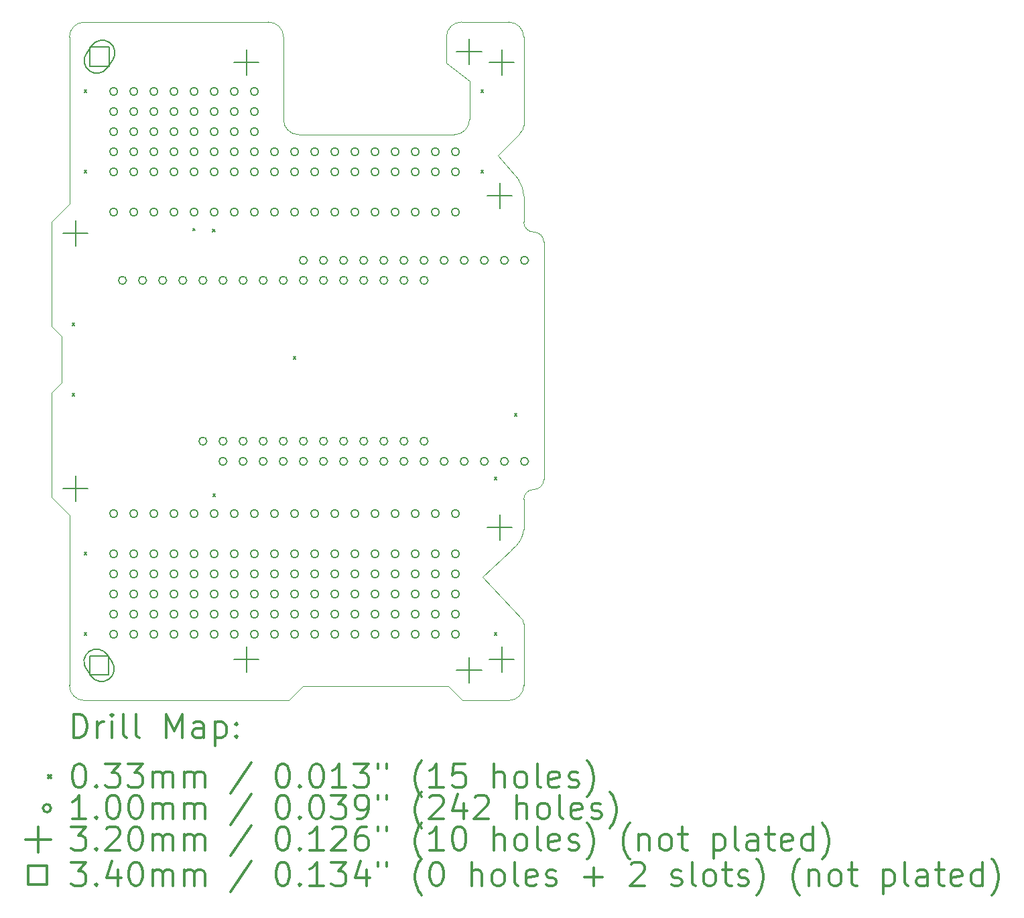
<source format=gbr>
%FSLAX45Y45*%
G04 Gerber Fmt 4.5, Leading zero omitted, Abs format (unit mm)*
G04 Created by KiCad (PCBNEW (5.0.0-rc2-dev-444-g2974a2c10)) date 12/09/19 23:14:15*
%MOMM*%
%LPD*%
G01*
G04 APERTURE LIST*
%ADD10C,0.100000*%
%ADD11C,0.200000*%
%ADD12C,0.300000*%
G04 APERTURE END LIST*
D10*
X13640000Y-5200000D02*
X13347500Y-4975000D01*
X13640000Y-5200000D02*
X13640000Y-5690000D01*
X13995400Y-6144260D02*
X14274800Y-5867400D01*
X13550900Y-13030200D02*
X14135100Y-13030200D01*
X13550900Y-13030200D02*
X13373100Y-12852400D01*
X11531600Y-12852400D02*
X11353800Y-13030200D01*
X11531600Y-12852400D02*
X13373100Y-12852400D01*
X13804900Y-11468100D02*
X14173200Y-11125200D01*
X14259560Y-6451600D02*
X13995400Y-6144260D01*
X13538200Y-4457700D02*
X14135100Y-4457700D01*
X11480800Y-5880100D02*
X13450000Y-5880000D01*
X13347700Y-4648200D02*
X13347500Y-4975000D01*
X11290300Y-4648200D02*
X11290300Y-5689600D01*
X13640000Y-5689600D02*
G75*
G02X13449500Y-5880100I-190500J0D01*
G01*
X11480800Y-5880100D02*
G75*
G02X11290300Y-5689600I0J190500D01*
G01*
X13347700Y-4648200D02*
G75*
G02X13538200Y-4457700I190500J0D01*
G01*
X11099800Y-4457700D02*
G75*
G02X11290300Y-4648200I0J-190500D01*
G01*
X14260178Y-6451797D02*
G75*
G02X14325600Y-6657340I-290178J-205543D01*
G01*
X14325600Y-5765800D02*
G75*
G02X14274800Y-5867400I-127000J0D01*
G01*
X14325600Y-12839700D02*
X14325600Y-12065000D01*
X13804900Y-11468100D02*
X14312900Y-12014200D01*
X14325773Y-10871219D02*
G75*
G02X14173200Y-11125200I-351137J38119D01*
G01*
X14313533Y-12013883D02*
G75*
G02X14325600Y-12065000I-102233J-51117D01*
G01*
X14325600Y-6985000D02*
X14325600Y-6657340D01*
X14325600Y-12839700D02*
G75*
G02X14135100Y-13030200I-190500J0D01*
G01*
X14135100Y-4457700D02*
G75*
G02X14325600Y-4648200I0J-190500D01*
G01*
X8585200Y-4648200D02*
G75*
G02X8775700Y-4457700I190500J0D01*
G01*
X8775700Y-13030200D02*
G75*
G02X8585200Y-12839700I0J190500D01*
G01*
X14579600Y-10236200D02*
X14579600Y-7239000D01*
X14325600Y-10871200D02*
X14325600Y-10490200D01*
X14325600Y-5765800D02*
X14325600Y-4648200D01*
X8585200Y-6756400D02*
X8585200Y-4648200D01*
X8356600Y-6985000D02*
X8356600Y-8305800D01*
X8483600Y-9017000D02*
X8356600Y-9144000D01*
X8483600Y-8432800D02*
X8483600Y-9017000D01*
X8356600Y-8305800D02*
X8483600Y-8432800D01*
X8356600Y-9144000D02*
X8356600Y-10464800D01*
X8356600Y-6985000D02*
X8585200Y-6756400D01*
X8585200Y-10693400D02*
X8356600Y-10464800D01*
X8585200Y-12839700D02*
X8585200Y-10693400D01*
X11099800Y-4457700D02*
X8775700Y-4457700D01*
X11353800Y-13030200D02*
X8775700Y-13030200D01*
X14579600Y-10236200D02*
G75*
G02X14452600Y-10363200I-127000J0D01*
G01*
X14325600Y-10490200D02*
G75*
G02X14452600Y-10363200I127000J0D01*
G01*
X14452600Y-7112000D02*
G75*
G02X14325600Y-6985000I0J127000D01*
G01*
X14452600Y-7112000D02*
G75*
G02X14579600Y-7239000I0J-127000D01*
G01*
D11*
X8619490Y-8263890D02*
X8652510Y-8296910D01*
X8652510Y-8263890D02*
X8619490Y-8296910D01*
X8619490Y-9152890D02*
X8652510Y-9185910D01*
X8652510Y-9152890D02*
X8619490Y-9185910D01*
X8771890Y-5317490D02*
X8804910Y-5350510D01*
X8804910Y-5317490D02*
X8771890Y-5350510D01*
X8771890Y-6333490D02*
X8804910Y-6366510D01*
X8804910Y-6333490D02*
X8771890Y-6366510D01*
X8771890Y-11159490D02*
X8804910Y-11192510D01*
X8804910Y-11159490D02*
X8771890Y-11192510D01*
X8771890Y-12175490D02*
X8804910Y-12208510D01*
X8804910Y-12175490D02*
X8771890Y-12208510D01*
X10143490Y-7062490D02*
X10176510Y-7095510D01*
X10176510Y-7062490D02*
X10143490Y-7095510D01*
X10395490Y-7071490D02*
X10428510Y-7104510D01*
X10428510Y-7071490D02*
X10395490Y-7104510D01*
X10397490Y-10422890D02*
X10430510Y-10455910D01*
X10430510Y-10422890D02*
X10397490Y-10455910D01*
X11413490Y-8682990D02*
X11446510Y-8716010D01*
X11446510Y-8682990D02*
X11413490Y-8716010D01*
X13783490Y-5317490D02*
X13816510Y-5350510D01*
X13816510Y-5317490D02*
X13783490Y-5350510D01*
X13783490Y-6333490D02*
X13816510Y-6366510D01*
X13816510Y-6333490D02*
X13783490Y-6366510D01*
X13953490Y-10206990D02*
X13986510Y-10240010D01*
X13986510Y-10206990D02*
X13953490Y-10240010D01*
X13953490Y-12175490D02*
X13986510Y-12208510D01*
X13986510Y-12175490D02*
X13953490Y-12208510D01*
X14207490Y-9406890D02*
X14240510Y-9439910D01*
X14240510Y-9406890D02*
X14207490Y-9439910D01*
X9194000Y-6096000D02*
G75*
G03X9194000Y-6096000I-50000J0D01*
G01*
X9448000Y-6096000D02*
G75*
G03X9448000Y-6096000I-50000J0D01*
G01*
X9702000Y-6096000D02*
G75*
G03X9702000Y-6096000I-50000J0D01*
G01*
X9956000Y-6096000D02*
G75*
G03X9956000Y-6096000I-50000J0D01*
G01*
X10210000Y-6096000D02*
G75*
G03X10210000Y-6096000I-50000J0D01*
G01*
X10464000Y-6096000D02*
G75*
G03X10464000Y-6096000I-50000J0D01*
G01*
X10718000Y-6096000D02*
G75*
G03X10718000Y-6096000I-50000J0D01*
G01*
X10972000Y-6096000D02*
G75*
G03X10972000Y-6096000I-50000J0D01*
G01*
X11226000Y-6096000D02*
G75*
G03X11226000Y-6096000I-50000J0D01*
G01*
X11480000Y-6096000D02*
G75*
G03X11480000Y-6096000I-50000J0D01*
G01*
X11734000Y-6096000D02*
G75*
G03X11734000Y-6096000I-50000J0D01*
G01*
X11988000Y-6096000D02*
G75*
G03X11988000Y-6096000I-50000J0D01*
G01*
X12242000Y-6096000D02*
G75*
G03X12242000Y-6096000I-50000J0D01*
G01*
X12496000Y-6096000D02*
G75*
G03X12496000Y-6096000I-50000J0D01*
G01*
X12750000Y-6096000D02*
G75*
G03X12750000Y-6096000I-50000J0D01*
G01*
X13004000Y-6096000D02*
G75*
G03X13004000Y-6096000I-50000J0D01*
G01*
X13258000Y-6096000D02*
G75*
G03X13258000Y-6096000I-50000J0D01*
G01*
X13512000Y-6096000D02*
G75*
G03X13512000Y-6096000I-50000J0D01*
G01*
X9194000Y-6858000D02*
G75*
G03X9194000Y-6858000I-50000J0D01*
G01*
X9448000Y-6858000D02*
G75*
G03X9448000Y-6858000I-50000J0D01*
G01*
X9702000Y-6858000D02*
G75*
G03X9702000Y-6858000I-50000J0D01*
G01*
X9956000Y-6858000D02*
G75*
G03X9956000Y-6858000I-50000J0D01*
G01*
X10210000Y-6858000D02*
G75*
G03X10210000Y-6858000I-50000J0D01*
G01*
X10464000Y-6858000D02*
G75*
G03X10464000Y-6858000I-50000J0D01*
G01*
X10718000Y-6858000D02*
G75*
G03X10718000Y-6858000I-50000J0D01*
G01*
X10972000Y-6858000D02*
G75*
G03X10972000Y-6858000I-50000J0D01*
G01*
X11226000Y-6858000D02*
G75*
G03X11226000Y-6858000I-50000J0D01*
G01*
X11480000Y-6858000D02*
G75*
G03X11480000Y-6858000I-50000J0D01*
G01*
X11734000Y-6858000D02*
G75*
G03X11734000Y-6858000I-50000J0D01*
G01*
X11988000Y-6858000D02*
G75*
G03X11988000Y-6858000I-50000J0D01*
G01*
X12242000Y-6858000D02*
G75*
G03X12242000Y-6858000I-50000J0D01*
G01*
X12496000Y-6858000D02*
G75*
G03X12496000Y-6858000I-50000J0D01*
G01*
X12750000Y-6858000D02*
G75*
G03X12750000Y-6858000I-50000J0D01*
G01*
X13004000Y-6858000D02*
G75*
G03X13004000Y-6858000I-50000J0D01*
G01*
X13258000Y-6858000D02*
G75*
G03X13258000Y-6858000I-50000J0D01*
G01*
X13512000Y-6858000D02*
G75*
G03X13512000Y-6858000I-50000J0D01*
G01*
X9194000Y-6350000D02*
G75*
G03X9194000Y-6350000I-50000J0D01*
G01*
X9448000Y-6350000D02*
G75*
G03X9448000Y-6350000I-50000J0D01*
G01*
X9702000Y-6350000D02*
G75*
G03X9702000Y-6350000I-50000J0D01*
G01*
X9956000Y-6350000D02*
G75*
G03X9956000Y-6350000I-50000J0D01*
G01*
X10210000Y-6350000D02*
G75*
G03X10210000Y-6350000I-50000J0D01*
G01*
X10464000Y-6350000D02*
G75*
G03X10464000Y-6350000I-50000J0D01*
G01*
X10718000Y-6350000D02*
G75*
G03X10718000Y-6350000I-50000J0D01*
G01*
X10972000Y-6350000D02*
G75*
G03X10972000Y-6350000I-50000J0D01*
G01*
X11226000Y-6350000D02*
G75*
G03X11226000Y-6350000I-50000J0D01*
G01*
X11480000Y-6350000D02*
G75*
G03X11480000Y-6350000I-50000J0D01*
G01*
X11734000Y-6350000D02*
G75*
G03X11734000Y-6350000I-50000J0D01*
G01*
X11988000Y-6350000D02*
G75*
G03X11988000Y-6350000I-50000J0D01*
G01*
X12242000Y-6350000D02*
G75*
G03X12242000Y-6350000I-50000J0D01*
G01*
X12496000Y-6350000D02*
G75*
G03X12496000Y-6350000I-50000J0D01*
G01*
X12750000Y-6350000D02*
G75*
G03X12750000Y-6350000I-50000J0D01*
G01*
X13004000Y-6350000D02*
G75*
G03X13004000Y-6350000I-50000J0D01*
G01*
X13258000Y-6350000D02*
G75*
G03X13258000Y-6350000I-50000J0D01*
G01*
X13512000Y-6350000D02*
G75*
G03X13512000Y-6350000I-50000J0D01*
G01*
X9194000Y-11176000D02*
G75*
G03X9194000Y-11176000I-50000J0D01*
G01*
X9448000Y-11176000D02*
G75*
G03X9448000Y-11176000I-50000J0D01*
G01*
X9702000Y-11176000D02*
G75*
G03X9702000Y-11176000I-50000J0D01*
G01*
X9956000Y-11176000D02*
G75*
G03X9956000Y-11176000I-50000J0D01*
G01*
X10210000Y-11176000D02*
G75*
G03X10210000Y-11176000I-50000J0D01*
G01*
X10464000Y-11176000D02*
G75*
G03X10464000Y-11176000I-50000J0D01*
G01*
X10718000Y-11176000D02*
G75*
G03X10718000Y-11176000I-50000J0D01*
G01*
X10972000Y-11176000D02*
G75*
G03X10972000Y-11176000I-50000J0D01*
G01*
X11226000Y-11176000D02*
G75*
G03X11226000Y-11176000I-50000J0D01*
G01*
X11480000Y-11176000D02*
G75*
G03X11480000Y-11176000I-50000J0D01*
G01*
X11734000Y-11176000D02*
G75*
G03X11734000Y-11176000I-50000J0D01*
G01*
X11988000Y-11176000D02*
G75*
G03X11988000Y-11176000I-50000J0D01*
G01*
X12242000Y-11176000D02*
G75*
G03X12242000Y-11176000I-50000J0D01*
G01*
X12496000Y-11176000D02*
G75*
G03X12496000Y-11176000I-50000J0D01*
G01*
X12750000Y-11176000D02*
G75*
G03X12750000Y-11176000I-50000J0D01*
G01*
X13004000Y-11176000D02*
G75*
G03X13004000Y-11176000I-50000J0D01*
G01*
X13258000Y-11176000D02*
G75*
G03X13258000Y-11176000I-50000J0D01*
G01*
X13512000Y-11176000D02*
G75*
G03X13512000Y-11176000I-50000J0D01*
G01*
X9194000Y-11938000D02*
G75*
G03X9194000Y-11938000I-50000J0D01*
G01*
X9448000Y-11938000D02*
G75*
G03X9448000Y-11938000I-50000J0D01*
G01*
X9702000Y-11938000D02*
G75*
G03X9702000Y-11938000I-50000J0D01*
G01*
X9956000Y-11938000D02*
G75*
G03X9956000Y-11938000I-50000J0D01*
G01*
X10210000Y-11938000D02*
G75*
G03X10210000Y-11938000I-50000J0D01*
G01*
X10464000Y-11938000D02*
G75*
G03X10464000Y-11938000I-50000J0D01*
G01*
X10718000Y-11938000D02*
G75*
G03X10718000Y-11938000I-50000J0D01*
G01*
X10972000Y-11938000D02*
G75*
G03X10972000Y-11938000I-50000J0D01*
G01*
X11226000Y-11938000D02*
G75*
G03X11226000Y-11938000I-50000J0D01*
G01*
X11480000Y-11938000D02*
G75*
G03X11480000Y-11938000I-50000J0D01*
G01*
X11734000Y-11938000D02*
G75*
G03X11734000Y-11938000I-50000J0D01*
G01*
X11988000Y-11938000D02*
G75*
G03X11988000Y-11938000I-50000J0D01*
G01*
X12242000Y-11938000D02*
G75*
G03X12242000Y-11938000I-50000J0D01*
G01*
X12496000Y-11938000D02*
G75*
G03X12496000Y-11938000I-50000J0D01*
G01*
X12750000Y-11938000D02*
G75*
G03X12750000Y-11938000I-50000J0D01*
G01*
X13004000Y-11938000D02*
G75*
G03X13004000Y-11938000I-50000J0D01*
G01*
X13258000Y-11938000D02*
G75*
G03X13258000Y-11938000I-50000J0D01*
G01*
X13512000Y-11938000D02*
G75*
G03X13512000Y-11938000I-50000J0D01*
G01*
X9194000Y-11430000D02*
G75*
G03X9194000Y-11430000I-50000J0D01*
G01*
X9448000Y-11430000D02*
G75*
G03X9448000Y-11430000I-50000J0D01*
G01*
X9702000Y-11430000D02*
G75*
G03X9702000Y-11430000I-50000J0D01*
G01*
X9956000Y-11430000D02*
G75*
G03X9956000Y-11430000I-50000J0D01*
G01*
X10210000Y-11430000D02*
G75*
G03X10210000Y-11430000I-50000J0D01*
G01*
X10464000Y-11430000D02*
G75*
G03X10464000Y-11430000I-50000J0D01*
G01*
X10718000Y-11430000D02*
G75*
G03X10718000Y-11430000I-50000J0D01*
G01*
X10972000Y-11430000D02*
G75*
G03X10972000Y-11430000I-50000J0D01*
G01*
X11226000Y-11430000D02*
G75*
G03X11226000Y-11430000I-50000J0D01*
G01*
X11480000Y-11430000D02*
G75*
G03X11480000Y-11430000I-50000J0D01*
G01*
X11734000Y-11430000D02*
G75*
G03X11734000Y-11430000I-50000J0D01*
G01*
X11988000Y-11430000D02*
G75*
G03X11988000Y-11430000I-50000J0D01*
G01*
X12242000Y-11430000D02*
G75*
G03X12242000Y-11430000I-50000J0D01*
G01*
X12496000Y-11430000D02*
G75*
G03X12496000Y-11430000I-50000J0D01*
G01*
X12750000Y-11430000D02*
G75*
G03X12750000Y-11430000I-50000J0D01*
G01*
X13004000Y-11430000D02*
G75*
G03X13004000Y-11430000I-50000J0D01*
G01*
X13258000Y-11430000D02*
G75*
G03X13258000Y-11430000I-50000J0D01*
G01*
X13512000Y-11430000D02*
G75*
G03X13512000Y-11430000I-50000J0D01*
G01*
X9194000Y-5842000D02*
G75*
G03X9194000Y-5842000I-50000J0D01*
G01*
X9448000Y-5842000D02*
G75*
G03X9448000Y-5842000I-50000J0D01*
G01*
X9702000Y-5842000D02*
G75*
G03X9702000Y-5842000I-50000J0D01*
G01*
X9956000Y-5842000D02*
G75*
G03X9956000Y-5842000I-50000J0D01*
G01*
X10210000Y-5842000D02*
G75*
G03X10210000Y-5842000I-50000J0D01*
G01*
X10464000Y-5842000D02*
G75*
G03X10464000Y-5842000I-50000J0D01*
G01*
X10718000Y-5842000D02*
G75*
G03X10718000Y-5842000I-50000J0D01*
G01*
X10972000Y-5842000D02*
G75*
G03X10972000Y-5842000I-50000J0D01*
G01*
X9194000Y-12192000D02*
G75*
G03X9194000Y-12192000I-50000J0D01*
G01*
X9448000Y-12192000D02*
G75*
G03X9448000Y-12192000I-50000J0D01*
G01*
X9702000Y-12192000D02*
G75*
G03X9702000Y-12192000I-50000J0D01*
G01*
X9956000Y-12192000D02*
G75*
G03X9956000Y-12192000I-50000J0D01*
G01*
X10210000Y-12192000D02*
G75*
G03X10210000Y-12192000I-50000J0D01*
G01*
X10464000Y-12192000D02*
G75*
G03X10464000Y-12192000I-50000J0D01*
G01*
X10718000Y-12192000D02*
G75*
G03X10718000Y-12192000I-50000J0D01*
G01*
X10972000Y-12192000D02*
G75*
G03X10972000Y-12192000I-50000J0D01*
G01*
X11226000Y-12192000D02*
G75*
G03X11226000Y-12192000I-50000J0D01*
G01*
X11480000Y-12192000D02*
G75*
G03X11480000Y-12192000I-50000J0D01*
G01*
X11734000Y-12192000D02*
G75*
G03X11734000Y-12192000I-50000J0D01*
G01*
X11988000Y-12192000D02*
G75*
G03X11988000Y-12192000I-50000J0D01*
G01*
X12242000Y-12192000D02*
G75*
G03X12242000Y-12192000I-50000J0D01*
G01*
X12496000Y-12192000D02*
G75*
G03X12496000Y-12192000I-50000J0D01*
G01*
X12750000Y-12192000D02*
G75*
G03X12750000Y-12192000I-50000J0D01*
G01*
X13004000Y-12192000D02*
G75*
G03X13004000Y-12192000I-50000J0D01*
G01*
X13258000Y-12192000D02*
G75*
G03X13258000Y-12192000I-50000J0D01*
G01*
X13512000Y-12192000D02*
G75*
G03X13512000Y-12192000I-50000J0D01*
G01*
X9194000Y-5334000D02*
G75*
G03X9194000Y-5334000I-50000J0D01*
G01*
X9448000Y-5334000D02*
G75*
G03X9448000Y-5334000I-50000J0D01*
G01*
X9702000Y-5334000D02*
G75*
G03X9702000Y-5334000I-50000J0D01*
G01*
X9956000Y-5334000D02*
G75*
G03X9956000Y-5334000I-50000J0D01*
G01*
X10210000Y-5334000D02*
G75*
G03X10210000Y-5334000I-50000J0D01*
G01*
X10464000Y-5334000D02*
G75*
G03X10464000Y-5334000I-50000J0D01*
G01*
X10718000Y-5334000D02*
G75*
G03X10718000Y-5334000I-50000J0D01*
G01*
X10972000Y-5334000D02*
G75*
G03X10972000Y-5334000I-50000J0D01*
G01*
X9194000Y-11684000D02*
G75*
G03X9194000Y-11684000I-50000J0D01*
G01*
X9448000Y-11684000D02*
G75*
G03X9448000Y-11684000I-50000J0D01*
G01*
X9702000Y-11684000D02*
G75*
G03X9702000Y-11684000I-50000J0D01*
G01*
X9956000Y-11684000D02*
G75*
G03X9956000Y-11684000I-50000J0D01*
G01*
X10210000Y-11684000D02*
G75*
G03X10210000Y-11684000I-50000J0D01*
G01*
X10464000Y-11684000D02*
G75*
G03X10464000Y-11684000I-50000J0D01*
G01*
X10718000Y-11684000D02*
G75*
G03X10718000Y-11684000I-50000J0D01*
G01*
X10972000Y-11684000D02*
G75*
G03X10972000Y-11684000I-50000J0D01*
G01*
X11226000Y-11684000D02*
G75*
G03X11226000Y-11684000I-50000J0D01*
G01*
X11480000Y-11684000D02*
G75*
G03X11480000Y-11684000I-50000J0D01*
G01*
X11734000Y-11684000D02*
G75*
G03X11734000Y-11684000I-50000J0D01*
G01*
X11988000Y-11684000D02*
G75*
G03X11988000Y-11684000I-50000J0D01*
G01*
X12242000Y-11684000D02*
G75*
G03X12242000Y-11684000I-50000J0D01*
G01*
X12496000Y-11684000D02*
G75*
G03X12496000Y-11684000I-50000J0D01*
G01*
X12750000Y-11684000D02*
G75*
G03X12750000Y-11684000I-50000J0D01*
G01*
X13004000Y-11684000D02*
G75*
G03X13004000Y-11684000I-50000J0D01*
G01*
X13258000Y-11684000D02*
G75*
G03X13258000Y-11684000I-50000J0D01*
G01*
X13512000Y-11684000D02*
G75*
G03X13512000Y-11684000I-50000J0D01*
G01*
X9305760Y-7721600D02*
G75*
G03X9305760Y-7721600I-50000J0D01*
G01*
X9559760Y-7721600D02*
G75*
G03X9559760Y-7721600I-50000J0D01*
G01*
X9813760Y-7721600D02*
G75*
G03X9813760Y-7721600I-50000J0D01*
G01*
X10067760Y-7721600D02*
G75*
G03X10067760Y-7721600I-50000J0D01*
G01*
X10321760Y-7721600D02*
G75*
G03X10321760Y-7721600I-50000J0D01*
G01*
X10321760Y-9753600D02*
G75*
G03X10321760Y-9753600I-50000J0D01*
G01*
X10575760Y-7721600D02*
G75*
G03X10575760Y-7721600I-50000J0D01*
G01*
X10575760Y-9753600D02*
G75*
G03X10575760Y-9753600I-50000J0D01*
G01*
X10829760Y-7721600D02*
G75*
G03X10829760Y-7721600I-50000J0D01*
G01*
X10829760Y-9753600D02*
G75*
G03X10829760Y-9753600I-50000J0D01*
G01*
X11083760Y-7721600D02*
G75*
G03X11083760Y-7721600I-50000J0D01*
G01*
X11083760Y-9753600D02*
G75*
G03X11083760Y-9753600I-50000J0D01*
G01*
X11337760Y-7721600D02*
G75*
G03X11337760Y-7721600I-50000J0D01*
G01*
X11337760Y-9753600D02*
G75*
G03X11337760Y-9753600I-50000J0D01*
G01*
X11591760Y-7721600D02*
G75*
G03X11591760Y-7721600I-50000J0D01*
G01*
X11591760Y-9753600D02*
G75*
G03X11591760Y-9753600I-50000J0D01*
G01*
X11845760Y-7721600D02*
G75*
G03X11845760Y-7721600I-50000J0D01*
G01*
X11845760Y-9753600D02*
G75*
G03X11845760Y-9753600I-50000J0D01*
G01*
X12099760Y-7721600D02*
G75*
G03X12099760Y-7721600I-50000J0D01*
G01*
X12099760Y-9753600D02*
G75*
G03X12099760Y-9753600I-50000J0D01*
G01*
X12353760Y-7721600D02*
G75*
G03X12353760Y-7721600I-50000J0D01*
G01*
X12353760Y-9753600D02*
G75*
G03X12353760Y-9753600I-50000J0D01*
G01*
X12607760Y-7721600D02*
G75*
G03X12607760Y-7721600I-50000J0D01*
G01*
X12607760Y-9753600D02*
G75*
G03X12607760Y-9753600I-50000J0D01*
G01*
X12861760Y-7721600D02*
G75*
G03X12861760Y-7721600I-50000J0D01*
G01*
X12861760Y-9753600D02*
G75*
G03X12861760Y-9753600I-50000J0D01*
G01*
X13115760Y-7721600D02*
G75*
G03X13115760Y-7721600I-50000J0D01*
G01*
X13115760Y-9753600D02*
G75*
G03X13115760Y-9753600I-50000J0D01*
G01*
X9194000Y-5588000D02*
G75*
G03X9194000Y-5588000I-50000J0D01*
G01*
X9448000Y-5588000D02*
G75*
G03X9448000Y-5588000I-50000J0D01*
G01*
X9702000Y-5588000D02*
G75*
G03X9702000Y-5588000I-50000J0D01*
G01*
X9956000Y-5588000D02*
G75*
G03X9956000Y-5588000I-50000J0D01*
G01*
X10210000Y-5588000D02*
G75*
G03X10210000Y-5588000I-50000J0D01*
G01*
X10464000Y-5588000D02*
G75*
G03X10464000Y-5588000I-50000J0D01*
G01*
X10718000Y-5588000D02*
G75*
G03X10718000Y-5588000I-50000J0D01*
G01*
X10972000Y-5588000D02*
G75*
G03X10972000Y-5588000I-50000J0D01*
G01*
X9194000Y-10668000D02*
G75*
G03X9194000Y-10668000I-50000J0D01*
G01*
X9448000Y-10668000D02*
G75*
G03X9448000Y-10668000I-50000J0D01*
G01*
X9702000Y-10668000D02*
G75*
G03X9702000Y-10668000I-50000J0D01*
G01*
X9956000Y-10668000D02*
G75*
G03X9956000Y-10668000I-50000J0D01*
G01*
X10210000Y-10668000D02*
G75*
G03X10210000Y-10668000I-50000J0D01*
G01*
X10464000Y-10668000D02*
G75*
G03X10464000Y-10668000I-50000J0D01*
G01*
X10718000Y-10668000D02*
G75*
G03X10718000Y-10668000I-50000J0D01*
G01*
X10972000Y-10668000D02*
G75*
G03X10972000Y-10668000I-50000J0D01*
G01*
X11226000Y-10668000D02*
G75*
G03X11226000Y-10668000I-50000J0D01*
G01*
X11480000Y-10668000D02*
G75*
G03X11480000Y-10668000I-50000J0D01*
G01*
X11734000Y-10668000D02*
G75*
G03X11734000Y-10668000I-50000J0D01*
G01*
X11988000Y-10668000D02*
G75*
G03X11988000Y-10668000I-50000J0D01*
G01*
X12242000Y-10668000D02*
G75*
G03X12242000Y-10668000I-50000J0D01*
G01*
X12496000Y-10668000D02*
G75*
G03X12496000Y-10668000I-50000J0D01*
G01*
X12750000Y-10668000D02*
G75*
G03X12750000Y-10668000I-50000J0D01*
G01*
X13004000Y-10668000D02*
G75*
G03X13004000Y-10668000I-50000J0D01*
G01*
X13258000Y-10668000D02*
G75*
G03X13258000Y-10668000I-50000J0D01*
G01*
X13512000Y-10668000D02*
G75*
G03X13512000Y-10668000I-50000J0D01*
G01*
X10575000Y-10007600D02*
G75*
G03X10575000Y-10007600I-50000J0D01*
G01*
X10829000Y-10007600D02*
G75*
G03X10829000Y-10007600I-50000J0D01*
G01*
X11083000Y-10007600D02*
G75*
G03X11083000Y-10007600I-50000J0D01*
G01*
X11337000Y-10007600D02*
G75*
G03X11337000Y-10007600I-50000J0D01*
G01*
X11591000Y-7467600D02*
G75*
G03X11591000Y-7467600I-50000J0D01*
G01*
X11591000Y-10007600D02*
G75*
G03X11591000Y-10007600I-50000J0D01*
G01*
X11845000Y-7467600D02*
G75*
G03X11845000Y-7467600I-50000J0D01*
G01*
X11845000Y-10007600D02*
G75*
G03X11845000Y-10007600I-50000J0D01*
G01*
X12099000Y-7467600D02*
G75*
G03X12099000Y-7467600I-50000J0D01*
G01*
X12099000Y-10007600D02*
G75*
G03X12099000Y-10007600I-50000J0D01*
G01*
X12353000Y-7467600D02*
G75*
G03X12353000Y-7467600I-50000J0D01*
G01*
X12353000Y-10007600D02*
G75*
G03X12353000Y-10007600I-50000J0D01*
G01*
X12607000Y-7467600D02*
G75*
G03X12607000Y-7467600I-50000J0D01*
G01*
X12607000Y-10007600D02*
G75*
G03X12607000Y-10007600I-50000J0D01*
G01*
X12861000Y-7467600D02*
G75*
G03X12861000Y-7467600I-50000J0D01*
G01*
X12861000Y-10007600D02*
G75*
G03X12861000Y-10007600I-50000J0D01*
G01*
X13115000Y-7467600D02*
G75*
G03X13115000Y-7467600I-50000J0D01*
G01*
X13115000Y-10007600D02*
G75*
G03X13115000Y-10007600I-50000J0D01*
G01*
X13369000Y-7467600D02*
G75*
G03X13369000Y-7467600I-50000J0D01*
G01*
X13369000Y-10007600D02*
G75*
G03X13369000Y-10007600I-50000J0D01*
G01*
X13623000Y-7467600D02*
G75*
G03X13623000Y-7467600I-50000J0D01*
G01*
X13623000Y-10007600D02*
G75*
G03X13623000Y-10007600I-50000J0D01*
G01*
X13877000Y-7467600D02*
G75*
G03X13877000Y-7467600I-50000J0D01*
G01*
X13877000Y-10007600D02*
G75*
G03X13877000Y-10007600I-50000J0D01*
G01*
X14131000Y-7467600D02*
G75*
G03X14131000Y-7467600I-50000J0D01*
G01*
X14131000Y-10007600D02*
G75*
G03X14131000Y-10007600I-50000J0D01*
G01*
X14385000Y-7467600D02*
G75*
G03X14385000Y-7467600I-50000J0D01*
G01*
X14385000Y-10007600D02*
G75*
G03X14385000Y-10007600I-50000J0D01*
G01*
X13633450Y-4672350D02*
X13633450Y-4992350D01*
X13473450Y-4832350D02*
X13793450Y-4832350D01*
X8661400Y-6964700D02*
X8661400Y-7284700D01*
X8501400Y-7124700D02*
X8821400Y-7124700D01*
X14046200Y-4805700D02*
X14046200Y-5125700D01*
X13886200Y-4965700D02*
X14206200Y-4965700D01*
X10820400Y-12349500D02*
X10820400Y-12669500D01*
X10660400Y-12509500D02*
X10980400Y-12509500D01*
X10820400Y-4805700D02*
X10820400Y-5125700D01*
X10660400Y-4965700D02*
X10980400Y-4965700D01*
X8661400Y-10190500D02*
X8661400Y-10510500D01*
X8501400Y-10350500D02*
X8821400Y-10350500D01*
X13633450Y-12482850D02*
X13633450Y-12802850D01*
X13473450Y-12642850D02*
X13793450Y-12642850D01*
X14020800Y-6494800D02*
X14020800Y-6814800D01*
X13860800Y-6654800D02*
X14180800Y-6654800D01*
X14046200Y-12349500D02*
X14046200Y-12669500D01*
X13886200Y-12509500D02*
X14206200Y-12509500D01*
X14020800Y-10685800D02*
X14020800Y-11005800D01*
X13860800Y-10845800D02*
X14180800Y-10845800D01*
X9086409Y-5016059D02*
X9086409Y-4775641D01*
X8845991Y-4775641D01*
X8845991Y-5016059D01*
X9086409Y-5016059D01*
X9062850Y-5036771D02*
X9131679Y-4938473D01*
X8800721Y-4853227D02*
X8869550Y-4754929D01*
X9131679Y-4938473D02*
G75*
G03X8869550Y-4754929I-131064J91772D01*
G01*
X8800721Y-4853227D02*
G75*
G03X9062850Y-5036771I131064J-91772D01*
G01*
X9080059Y-12705909D02*
X9080059Y-12465491D01*
X8839641Y-12465491D01*
X8839641Y-12705909D01*
X9080059Y-12705909D01*
X8797239Y-12632419D02*
X8860332Y-12722526D01*
X9059368Y-12448874D02*
X9122461Y-12538981D01*
X8860332Y-12722526D02*
G75*
G03X9122461Y-12538981I131064J91772D01*
G01*
X9059368Y-12448874D02*
G75*
G03X8797239Y-12632419I-131064J-91772D01*
G01*
D12*
X8638028Y-13500914D02*
X8638028Y-13200914D01*
X8709457Y-13200914D01*
X8752314Y-13215200D01*
X8780886Y-13243771D01*
X8795171Y-13272343D01*
X8809457Y-13329486D01*
X8809457Y-13372343D01*
X8795171Y-13429486D01*
X8780886Y-13458057D01*
X8752314Y-13486629D01*
X8709457Y-13500914D01*
X8638028Y-13500914D01*
X8938028Y-13500914D02*
X8938028Y-13300914D01*
X8938028Y-13358057D02*
X8952314Y-13329486D01*
X8966600Y-13315200D01*
X8995171Y-13300914D01*
X9023743Y-13300914D01*
X9123743Y-13500914D02*
X9123743Y-13300914D01*
X9123743Y-13200914D02*
X9109457Y-13215200D01*
X9123743Y-13229486D01*
X9138028Y-13215200D01*
X9123743Y-13200914D01*
X9123743Y-13229486D01*
X9309457Y-13500914D02*
X9280886Y-13486629D01*
X9266600Y-13458057D01*
X9266600Y-13200914D01*
X9466600Y-13500914D02*
X9438028Y-13486629D01*
X9423743Y-13458057D01*
X9423743Y-13200914D01*
X9809457Y-13500914D02*
X9809457Y-13200914D01*
X9909457Y-13415200D01*
X10009457Y-13200914D01*
X10009457Y-13500914D01*
X10280886Y-13500914D02*
X10280886Y-13343771D01*
X10266600Y-13315200D01*
X10238028Y-13300914D01*
X10180886Y-13300914D01*
X10152314Y-13315200D01*
X10280886Y-13486629D02*
X10252314Y-13500914D01*
X10180886Y-13500914D01*
X10152314Y-13486629D01*
X10138028Y-13458057D01*
X10138028Y-13429486D01*
X10152314Y-13400914D01*
X10180886Y-13386629D01*
X10252314Y-13386629D01*
X10280886Y-13372343D01*
X10423743Y-13300914D02*
X10423743Y-13600914D01*
X10423743Y-13315200D02*
X10452314Y-13300914D01*
X10509457Y-13300914D01*
X10538028Y-13315200D01*
X10552314Y-13329486D01*
X10566600Y-13358057D01*
X10566600Y-13443771D01*
X10552314Y-13472343D01*
X10538028Y-13486629D01*
X10509457Y-13500914D01*
X10452314Y-13500914D01*
X10423743Y-13486629D01*
X10695171Y-13472343D02*
X10709457Y-13486629D01*
X10695171Y-13500914D01*
X10680886Y-13486629D01*
X10695171Y-13472343D01*
X10695171Y-13500914D01*
X10695171Y-13315200D02*
X10709457Y-13329486D01*
X10695171Y-13343771D01*
X10680886Y-13329486D01*
X10695171Y-13315200D01*
X10695171Y-13343771D01*
X8318580Y-13978690D02*
X8351600Y-14011710D01*
X8351600Y-13978690D02*
X8318580Y-14011710D01*
X8695171Y-13830914D02*
X8723743Y-13830914D01*
X8752314Y-13845200D01*
X8766600Y-13859486D01*
X8780886Y-13888057D01*
X8795171Y-13945200D01*
X8795171Y-14016629D01*
X8780886Y-14073771D01*
X8766600Y-14102343D01*
X8752314Y-14116629D01*
X8723743Y-14130914D01*
X8695171Y-14130914D01*
X8666600Y-14116629D01*
X8652314Y-14102343D01*
X8638028Y-14073771D01*
X8623743Y-14016629D01*
X8623743Y-13945200D01*
X8638028Y-13888057D01*
X8652314Y-13859486D01*
X8666600Y-13845200D01*
X8695171Y-13830914D01*
X8923743Y-14102343D02*
X8938028Y-14116629D01*
X8923743Y-14130914D01*
X8909457Y-14116629D01*
X8923743Y-14102343D01*
X8923743Y-14130914D01*
X9038028Y-13830914D02*
X9223743Y-13830914D01*
X9123743Y-13945200D01*
X9166600Y-13945200D01*
X9195171Y-13959486D01*
X9209457Y-13973771D01*
X9223743Y-14002343D01*
X9223743Y-14073771D01*
X9209457Y-14102343D01*
X9195171Y-14116629D01*
X9166600Y-14130914D01*
X9080886Y-14130914D01*
X9052314Y-14116629D01*
X9038028Y-14102343D01*
X9323743Y-13830914D02*
X9509457Y-13830914D01*
X9409457Y-13945200D01*
X9452314Y-13945200D01*
X9480886Y-13959486D01*
X9495171Y-13973771D01*
X9509457Y-14002343D01*
X9509457Y-14073771D01*
X9495171Y-14102343D01*
X9480886Y-14116629D01*
X9452314Y-14130914D01*
X9366600Y-14130914D01*
X9338028Y-14116629D01*
X9323743Y-14102343D01*
X9638028Y-14130914D02*
X9638028Y-13930914D01*
X9638028Y-13959486D02*
X9652314Y-13945200D01*
X9680886Y-13930914D01*
X9723743Y-13930914D01*
X9752314Y-13945200D01*
X9766600Y-13973771D01*
X9766600Y-14130914D01*
X9766600Y-13973771D02*
X9780886Y-13945200D01*
X9809457Y-13930914D01*
X9852314Y-13930914D01*
X9880886Y-13945200D01*
X9895171Y-13973771D01*
X9895171Y-14130914D01*
X10038028Y-14130914D02*
X10038028Y-13930914D01*
X10038028Y-13959486D02*
X10052314Y-13945200D01*
X10080886Y-13930914D01*
X10123743Y-13930914D01*
X10152314Y-13945200D01*
X10166600Y-13973771D01*
X10166600Y-14130914D01*
X10166600Y-13973771D02*
X10180886Y-13945200D01*
X10209457Y-13930914D01*
X10252314Y-13930914D01*
X10280886Y-13945200D01*
X10295171Y-13973771D01*
X10295171Y-14130914D01*
X10880886Y-13816629D02*
X10623743Y-14202343D01*
X11266600Y-13830914D02*
X11295171Y-13830914D01*
X11323743Y-13845200D01*
X11338028Y-13859486D01*
X11352314Y-13888057D01*
X11366600Y-13945200D01*
X11366600Y-14016629D01*
X11352314Y-14073771D01*
X11338028Y-14102343D01*
X11323743Y-14116629D01*
X11295171Y-14130914D01*
X11266600Y-14130914D01*
X11238028Y-14116629D01*
X11223743Y-14102343D01*
X11209457Y-14073771D01*
X11195171Y-14016629D01*
X11195171Y-13945200D01*
X11209457Y-13888057D01*
X11223743Y-13859486D01*
X11238028Y-13845200D01*
X11266600Y-13830914D01*
X11495171Y-14102343D02*
X11509457Y-14116629D01*
X11495171Y-14130914D01*
X11480886Y-14116629D01*
X11495171Y-14102343D01*
X11495171Y-14130914D01*
X11695171Y-13830914D02*
X11723743Y-13830914D01*
X11752314Y-13845200D01*
X11766600Y-13859486D01*
X11780886Y-13888057D01*
X11795171Y-13945200D01*
X11795171Y-14016629D01*
X11780886Y-14073771D01*
X11766600Y-14102343D01*
X11752314Y-14116629D01*
X11723743Y-14130914D01*
X11695171Y-14130914D01*
X11666600Y-14116629D01*
X11652314Y-14102343D01*
X11638028Y-14073771D01*
X11623743Y-14016629D01*
X11623743Y-13945200D01*
X11638028Y-13888057D01*
X11652314Y-13859486D01*
X11666600Y-13845200D01*
X11695171Y-13830914D01*
X12080886Y-14130914D02*
X11909457Y-14130914D01*
X11995171Y-14130914D02*
X11995171Y-13830914D01*
X11966600Y-13873771D01*
X11938028Y-13902343D01*
X11909457Y-13916629D01*
X12180886Y-13830914D02*
X12366600Y-13830914D01*
X12266600Y-13945200D01*
X12309457Y-13945200D01*
X12338028Y-13959486D01*
X12352314Y-13973771D01*
X12366600Y-14002343D01*
X12366600Y-14073771D01*
X12352314Y-14102343D01*
X12338028Y-14116629D01*
X12309457Y-14130914D01*
X12223743Y-14130914D01*
X12195171Y-14116629D01*
X12180886Y-14102343D01*
X12480886Y-13830914D02*
X12480886Y-13888057D01*
X12595171Y-13830914D02*
X12595171Y-13888057D01*
X13038028Y-14245200D02*
X13023743Y-14230914D01*
X12995171Y-14188057D01*
X12980886Y-14159486D01*
X12966600Y-14116629D01*
X12952314Y-14045200D01*
X12952314Y-13988057D01*
X12966600Y-13916629D01*
X12980886Y-13873771D01*
X12995171Y-13845200D01*
X13023743Y-13802343D01*
X13038028Y-13788057D01*
X13309457Y-14130914D02*
X13138028Y-14130914D01*
X13223743Y-14130914D02*
X13223743Y-13830914D01*
X13195171Y-13873771D01*
X13166600Y-13902343D01*
X13138028Y-13916629D01*
X13580886Y-13830914D02*
X13438028Y-13830914D01*
X13423743Y-13973771D01*
X13438028Y-13959486D01*
X13466600Y-13945200D01*
X13538028Y-13945200D01*
X13566600Y-13959486D01*
X13580886Y-13973771D01*
X13595171Y-14002343D01*
X13595171Y-14073771D01*
X13580886Y-14102343D01*
X13566600Y-14116629D01*
X13538028Y-14130914D01*
X13466600Y-14130914D01*
X13438028Y-14116629D01*
X13423743Y-14102343D01*
X13952314Y-14130914D02*
X13952314Y-13830914D01*
X14080886Y-14130914D02*
X14080886Y-13973771D01*
X14066600Y-13945200D01*
X14038028Y-13930914D01*
X13995171Y-13930914D01*
X13966600Y-13945200D01*
X13952314Y-13959486D01*
X14266600Y-14130914D02*
X14238028Y-14116629D01*
X14223743Y-14102343D01*
X14209457Y-14073771D01*
X14209457Y-13988057D01*
X14223743Y-13959486D01*
X14238028Y-13945200D01*
X14266600Y-13930914D01*
X14309457Y-13930914D01*
X14338028Y-13945200D01*
X14352314Y-13959486D01*
X14366600Y-13988057D01*
X14366600Y-14073771D01*
X14352314Y-14102343D01*
X14338028Y-14116629D01*
X14309457Y-14130914D01*
X14266600Y-14130914D01*
X14538028Y-14130914D02*
X14509457Y-14116629D01*
X14495171Y-14088057D01*
X14495171Y-13830914D01*
X14766600Y-14116629D02*
X14738028Y-14130914D01*
X14680886Y-14130914D01*
X14652314Y-14116629D01*
X14638028Y-14088057D01*
X14638028Y-13973771D01*
X14652314Y-13945200D01*
X14680886Y-13930914D01*
X14738028Y-13930914D01*
X14766600Y-13945200D01*
X14780886Y-13973771D01*
X14780886Y-14002343D01*
X14638028Y-14030914D01*
X14895171Y-14116629D02*
X14923743Y-14130914D01*
X14980886Y-14130914D01*
X15009457Y-14116629D01*
X15023743Y-14088057D01*
X15023743Y-14073771D01*
X15009457Y-14045200D01*
X14980886Y-14030914D01*
X14938028Y-14030914D01*
X14909457Y-14016629D01*
X14895171Y-13988057D01*
X14895171Y-13973771D01*
X14909457Y-13945200D01*
X14938028Y-13930914D01*
X14980886Y-13930914D01*
X15009457Y-13945200D01*
X15123743Y-14245200D02*
X15138028Y-14230914D01*
X15166600Y-14188057D01*
X15180886Y-14159486D01*
X15195171Y-14116629D01*
X15209457Y-14045200D01*
X15209457Y-13988057D01*
X15195171Y-13916629D01*
X15180886Y-13873771D01*
X15166600Y-13845200D01*
X15138028Y-13802343D01*
X15123743Y-13788057D01*
X8351600Y-14391200D02*
G75*
G03X8351600Y-14391200I-50000J0D01*
G01*
X8795171Y-14526914D02*
X8623743Y-14526914D01*
X8709457Y-14526914D02*
X8709457Y-14226914D01*
X8680886Y-14269771D01*
X8652314Y-14298343D01*
X8623743Y-14312629D01*
X8923743Y-14498343D02*
X8938028Y-14512629D01*
X8923743Y-14526914D01*
X8909457Y-14512629D01*
X8923743Y-14498343D01*
X8923743Y-14526914D01*
X9123743Y-14226914D02*
X9152314Y-14226914D01*
X9180886Y-14241200D01*
X9195171Y-14255486D01*
X9209457Y-14284057D01*
X9223743Y-14341200D01*
X9223743Y-14412629D01*
X9209457Y-14469771D01*
X9195171Y-14498343D01*
X9180886Y-14512629D01*
X9152314Y-14526914D01*
X9123743Y-14526914D01*
X9095171Y-14512629D01*
X9080886Y-14498343D01*
X9066600Y-14469771D01*
X9052314Y-14412629D01*
X9052314Y-14341200D01*
X9066600Y-14284057D01*
X9080886Y-14255486D01*
X9095171Y-14241200D01*
X9123743Y-14226914D01*
X9409457Y-14226914D02*
X9438028Y-14226914D01*
X9466600Y-14241200D01*
X9480886Y-14255486D01*
X9495171Y-14284057D01*
X9509457Y-14341200D01*
X9509457Y-14412629D01*
X9495171Y-14469771D01*
X9480886Y-14498343D01*
X9466600Y-14512629D01*
X9438028Y-14526914D01*
X9409457Y-14526914D01*
X9380886Y-14512629D01*
X9366600Y-14498343D01*
X9352314Y-14469771D01*
X9338028Y-14412629D01*
X9338028Y-14341200D01*
X9352314Y-14284057D01*
X9366600Y-14255486D01*
X9380886Y-14241200D01*
X9409457Y-14226914D01*
X9638028Y-14526914D02*
X9638028Y-14326914D01*
X9638028Y-14355486D02*
X9652314Y-14341200D01*
X9680886Y-14326914D01*
X9723743Y-14326914D01*
X9752314Y-14341200D01*
X9766600Y-14369771D01*
X9766600Y-14526914D01*
X9766600Y-14369771D02*
X9780886Y-14341200D01*
X9809457Y-14326914D01*
X9852314Y-14326914D01*
X9880886Y-14341200D01*
X9895171Y-14369771D01*
X9895171Y-14526914D01*
X10038028Y-14526914D02*
X10038028Y-14326914D01*
X10038028Y-14355486D02*
X10052314Y-14341200D01*
X10080886Y-14326914D01*
X10123743Y-14326914D01*
X10152314Y-14341200D01*
X10166600Y-14369771D01*
X10166600Y-14526914D01*
X10166600Y-14369771D02*
X10180886Y-14341200D01*
X10209457Y-14326914D01*
X10252314Y-14326914D01*
X10280886Y-14341200D01*
X10295171Y-14369771D01*
X10295171Y-14526914D01*
X10880886Y-14212629D02*
X10623743Y-14598343D01*
X11266600Y-14226914D02*
X11295171Y-14226914D01*
X11323743Y-14241200D01*
X11338028Y-14255486D01*
X11352314Y-14284057D01*
X11366600Y-14341200D01*
X11366600Y-14412629D01*
X11352314Y-14469771D01*
X11338028Y-14498343D01*
X11323743Y-14512629D01*
X11295171Y-14526914D01*
X11266600Y-14526914D01*
X11238028Y-14512629D01*
X11223743Y-14498343D01*
X11209457Y-14469771D01*
X11195171Y-14412629D01*
X11195171Y-14341200D01*
X11209457Y-14284057D01*
X11223743Y-14255486D01*
X11238028Y-14241200D01*
X11266600Y-14226914D01*
X11495171Y-14498343D02*
X11509457Y-14512629D01*
X11495171Y-14526914D01*
X11480886Y-14512629D01*
X11495171Y-14498343D01*
X11495171Y-14526914D01*
X11695171Y-14226914D02*
X11723743Y-14226914D01*
X11752314Y-14241200D01*
X11766600Y-14255486D01*
X11780886Y-14284057D01*
X11795171Y-14341200D01*
X11795171Y-14412629D01*
X11780886Y-14469771D01*
X11766600Y-14498343D01*
X11752314Y-14512629D01*
X11723743Y-14526914D01*
X11695171Y-14526914D01*
X11666600Y-14512629D01*
X11652314Y-14498343D01*
X11638028Y-14469771D01*
X11623743Y-14412629D01*
X11623743Y-14341200D01*
X11638028Y-14284057D01*
X11652314Y-14255486D01*
X11666600Y-14241200D01*
X11695171Y-14226914D01*
X11895171Y-14226914D02*
X12080886Y-14226914D01*
X11980886Y-14341200D01*
X12023743Y-14341200D01*
X12052314Y-14355486D01*
X12066600Y-14369771D01*
X12080886Y-14398343D01*
X12080886Y-14469771D01*
X12066600Y-14498343D01*
X12052314Y-14512629D01*
X12023743Y-14526914D01*
X11938028Y-14526914D01*
X11909457Y-14512629D01*
X11895171Y-14498343D01*
X12223743Y-14526914D02*
X12280886Y-14526914D01*
X12309457Y-14512629D01*
X12323743Y-14498343D01*
X12352314Y-14455486D01*
X12366600Y-14398343D01*
X12366600Y-14284057D01*
X12352314Y-14255486D01*
X12338028Y-14241200D01*
X12309457Y-14226914D01*
X12252314Y-14226914D01*
X12223743Y-14241200D01*
X12209457Y-14255486D01*
X12195171Y-14284057D01*
X12195171Y-14355486D01*
X12209457Y-14384057D01*
X12223743Y-14398343D01*
X12252314Y-14412629D01*
X12309457Y-14412629D01*
X12338028Y-14398343D01*
X12352314Y-14384057D01*
X12366600Y-14355486D01*
X12480886Y-14226914D02*
X12480886Y-14284057D01*
X12595171Y-14226914D02*
X12595171Y-14284057D01*
X13038028Y-14641200D02*
X13023743Y-14626914D01*
X12995171Y-14584057D01*
X12980886Y-14555486D01*
X12966600Y-14512629D01*
X12952314Y-14441200D01*
X12952314Y-14384057D01*
X12966600Y-14312629D01*
X12980886Y-14269771D01*
X12995171Y-14241200D01*
X13023743Y-14198343D01*
X13038028Y-14184057D01*
X13138028Y-14255486D02*
X13152314Y-14241200D01*
X13180886Y-14226914D01*
X13252314Y-14226914D01*
X13280886Y-14241200D01*
X13295171Y-14255486D01*
X13309457Y-14284057D01*
X13309457Y-14312629D01*
X13295171Y-14355486D01*
X13123743Y-14526914D01*
X13309457Y-14526914D01*
X13566600Y-14326914D02*
X13566600Y-14526914D01*
X13495171Y-14212629D02*
X13423743Y-14426914D01*
X13609457Y-14426914D01*
X13709457Y-14255486D02*
X13723743Y-14241200D01*
X13752314Y-14226914D01*
X13823743Y-14226914D01*
X13852314Y-14241200D01*
X13866600Y-14255486D01*
X13880886Y-14284057D01*
X13880886Y-14312629D01*
X13866600Y-14355486D01*
X13695171Y-14526914D01*
X13880886Y-14526914D01*
X14238028Y-14526914D02*
X14238028Y-14226914D01*
X14366600Y-14526914D02*
X14366600Y-14369771D01*
X14352314Y-14341200D01*
X14323743Y-14326914D01*
X14280886Y-14326914D01*
X14252314Y-14341200D01*
X14238028Y-14355486D01*
X14552314Y-14526914D02*
X14523743Y-14512629D01*
X14509457Y-14498343D01*
X14495171Y-14469771D01*
X14495171Y-14384057D01*
X14509457Y-14355486D01*
X14523743Y-14341200D01*
X14552314Y-14326914D01*
X14595171Y-14326914D01*
X14623743Y-14341200D01*
X14638028Y-14355486D01*
X14652314Y-14384057D01*
X14652314Y-14469771D01*
X14638028Y-14498343D01*
X14623743Y-14512629D01*
X14595171Y-14526914D01*
X14552314Y-14526914D01*
X14823743Y-14526914D02*
X14795171Y-14512629D01*
X14780886Y-14484057D01*
X14780886Y-14226914D01*
X15052314Y-14512629D02*
X15023743Y-14526914D01*
X14966600Y-14526914D01*
X14938028Y-14512629D01*
X14923743Y-14484057D01*
X14923743Y-14369771D01*
X14938028Y-14341200D01*
X14966600Y-14326914D01*
X15023743Y-14326914D01*
X15052314Y-14341200D01*
X15066600Y-14369771D01*
X15066600Y-14398343D01*
X14923743Y-14426914D01*
X15180886Y-14512629D02*
X15209457Y-14526914D01*
X15266600Y-14526914D01*
X15295171Y-14512629D01*
X15309457Y-14484057D01*
X15309457Y-14469771D01*
X15295171Y-14441200D01*
X15266600Y-14426914D01*
X15223743Y-14426914D01*
X15195171Y-14412629D01*
X15180886Y-14384057D01*
X15180886Y-14369771D01*
X15195171Y-14341200D01*
X15223743Y-14326914D01*
X15266600Y-14326914D01*
X15295171Y-14341200D01*
X15409457Y-14641200D02*
X15423743Y-14626914D01*
X15452314Y-14584057D01*
X15466600Y-14555486D01*
X15480886Y-14512629D01*
X15495171Y-14441200D01*
X15495171Y-14384057D01*
X15480886Y-14312629D01*
X15466600Y-14269771D01*
X15452314Y-14241200D01*
X15423743Y-14198343D01*
X15409457Y-14184057D01*
X8191600Y-14627200D02*
X8191600Y-14947200D01*
X8031600Y-14787200D02*
X8351600Y-14787200D01*
X8609457Y-14622914D02*
X8795171Y-14622914D01*
X8695171Y-14737200D01*
X8738028Y-14737200D01*
X8766600Y-14751486D01*
X8780886Y-14765771D01*
X8795171Y-14794343D01*
X8795171Y-14865771D01*
X8780886Y-14894343D01*
X8766600Y-14908629D01*
X8738028Y-14922914D01*
X8652314Y-14922914D01*
X8623743Y-14908629D01*
X8609457Y-14894343D01*
X8923743Y-14894343D02*
X8938028Y-14908629D01*
X8923743Y-14922914D01*
X8909457Y-14908629D01*
X8923743Y-14894343D01*
X8923743Y-14922914D01*
X9052314Y-14651486D02*
X9066600Y-14637200D01*
X9095171Y-14622914D01*
X9166600Y-14622914D01*
X9195171Y-14637200D01*
X9209457Y-14651486D01*
X9223743Y-14680057D01*
X9223743Y-14708629D01*
X9209457Y-14751486D01*
X9038028Y-14922914D01*
X9223743Y-14922914D01*
X9409457Y-14622914D02*
X9438028Y-14622914D01*
X9466600Y-14637200D01*
X9480886Y-14651486D01*
X9495171Y-14680057D01*
X9509457Y-14737200D01*
X9509457Y-14808629D01*
X9495171Y-14865771D01*
X9480886Y-14894343D01*
X9466600Y-14908629D01*
X9438028Y-14922914D01*
X9409457Y-14922914D01*
X9380886Y-14908629D01*
X9366600Y-14894343D01*
X9352314Y-14865771D01*
X9338028Y-14808629D01*
X9338028Y-14737200D01*
X9352314Y-14680057D01*
X9366600Y-14651486D01*
X9380886Y-14637200D01*
X9409457Y-14622914D01*
X9638028Y-14922914D02*
X9638028Y-14722914D01*
X9638028Y-14751486D02*
X9652314Y-14737200D01*
X9680886Y-14722914D01*
X9723743Y-14722914D01*
X9752314Y-14737200D01*
X9766600Y-14765771D01*
X9766600Y-14922914D01*
X9766600Y-14765771D02*
X9780886Y-14737200D01*
X9809457Y-14722914D01*
X9852314Y-14722914D01*
X9880886Y-14737200D01*
X9895171Y-14765771D01*
X9895171Y-14922914D01*
X10038028Y-14922914D02*
X10038028Y-14722914D01*
X10038028Y-14751486D02*
X10052314Y-14737200D01*
X10080886Y-14722914D01*
X10123743Y-14722914D01*
X10152314Y-14737200D01*
X10166600Y-14765771D01*
X10166600Y-14922914D01*
X10166600Y-14765771D02*
X10180886Y-14737200D01*
X10209457Y-14722914D01*
X10252314Y-14722914D01*
X10280886Y-14737200D01*
X10295171Y-14765771D01*
X10295171Y-14922914D01*
X10880886Y-14608629D02*
X10623743Y-14994343D01*
X11266600Y-14622914D02*
X11295171Y-14622914D01*
X11323743Y-14637200D01*
X11338028Y-14651486D01*
X11352314Y-14680057D01*
X11366600Y-14737200D01*
X11366600Y-14808629D01*
X11352314Y-14865771D01*
X11338028Y-14894343D01*
X11323743Y-14908629D01*
X11295171Y-14922914D01*
X11266600Y-14922914D01*
X11238028Y-14908629D01*
X11223743Y-14894343D01*
X11209457Y-14865771D01*
X11195171Y-14808629D01*
X11195171Y-14737200D01*
X11209457Y-14680057D01*
X11223743Y-14651486D01*
X11238028Y-14637200D01*
X11266600Y-14622914D01*
X11495171Y-14894343D02*
X11509457Y-14908629D01*
X11495171Y-14922914D01*
X11480886Y-14908629D01*
X11495171Y-14894343D01*
X11495171Y-14922914D01*
X11795171Y-14922914D02*
X11623743Y-14922914D01*
X11709457Y-14922914D02*
X11709457Y-14622914D01*
X11680886Y-14665771D01*
X11652314Y-14694343D01*
X11623743Y-14708629D01*
X11909457Y-14651486D02*
X11923743Y-14637200D01*
X11952314Y-14622914D01*
X12023743Y-14622914D01*
X12052314Y-14637200D01*
X12066600Y-14651486D01*
X12080886Y-14680057D01*
X12080886Y-14708629D01*
X12066600Y-14751486D01*
X11895171Y-14922914D01*
X12080886Y-14922914D01*
X12338028Y-14622914D02*
X12280886Y-14622914D01*
X12252314Y-14637200D01*
X12238028Y-14651486D01*
X12209457Y-14694343D01*
X12195171Y-14751486D01*
X12195171Y-14865771D01*
X12209457Y-14894343D01*
X12223743Y-14908629D01*
X12252314Y-14922914D01*
X12309457Y-14922914D01*
X12338028Y-14908629D01*
X12352314Y-14894343D01*
X12366600Y-14865771D01*
X12366600Y-14794343D01*
X12352314Y-14765771D01*
X12338028Y-14751486D01*
X12309457Y-14737200D01*
X12252314Y-14737200D01*
X12223743Y-14751486D01*
X12209457Y-14765771D01*
X12195171Y-14794343D01*
X12480886Y-14622914D02*
X12480886Y-14680057D01*
X12595171Y-14622914D02*
X12595171Y-14680057D01*
X13038028Y-15037200D02*
X13023743Y-15022914D01*
X12995171Y-14980057D01*
X12980886Y-14951486D01*
X12966600Y-14908629D01*
X12952314Y-14837200D01*
X12952314Y-14780057D01*
X12966600Y-14708629D01*
X12980886Y-14665771D01*
X12995171Y-14637200D01*
X13023743Y-14594343D01*
X13038028Y-14580057D01*
X13309457Y-14922914D02*
X13138028Y-14922914D01*
X13223743Y-14922914D02*
X13223743Y-14622914D01*
X13195171Y-14665771D01*
X13166600Y-14694343D01*
X13138028Y-14708629D01*
X13495171Y-14622914D02*
X13523743Y-14622914D01*
X13552314Y-14637200D01*
X13566600Y-14651486D01*
X13580886Y-14680057D01*
X13595171Y-14737200D01*
X13595171Y-14808629D01*
X13580886Y-14865771D01*
X13566600Y-14894343D01*
X13552314Y-14908629D01*
X13523743Y-14922914D01*
X13495171Y-14922914D01*
X13466600Y-14908629D01*
X13452314Y-14894343D01*
X13438028Y-14865771D01*
X13423743Y-14808629D01*
X13423743Y-14737200D01*
X13438028Y-14680057D01*
X13452314Y-14651486D01*
X13466600Y-14637200D01*
X13495171Y-14622914D01*
X13952314Y-14922914D02*
X13952314Y-14622914D01*
X14080886Y-14922914D02*
X14080886Y-14765771D01*
X14066600Y-14737200D01*
X14038028Y-14722914D01*
X13995171Y-14722914D01*
X13966600Y-14737200D01*
X13952314Y-14751486D01*
X14266600Y-14922914D02*
X14238028Y-14908629D01*
X14223743Y-14894343D01*
X14209457Y-14865771D01*
X14209457Y-14780057D01*
X14223743Y-14751486D01*
X14238028Y-14737200D01*
X14266600Y-14722914D01*
X14309457Y-14722914D01*
X14338028Y-14737200D01*
X14352314Y-14751486D01*
X14366600Y-14780057D01*
X14366600Y-14865771D01*
X14352314Y-14894343D01*
X14338028Y-14908629D01*
X14309457Y-14922914D01*
X14266600Y-14922914D01*
X14538028Y-14922914D02*
X14509457Y-14908629D01*
X14495171Y-14880057D01*
X14495171Y-14622914D01*
X14766600Y-14908629D02*
X14738028Y-14922914D01*
X14680886Y-14922914D01*
X14652314Y-14908629D01*
X14638028Y-14880057D01*
X14638028Y-14765771D01*
X14652314Y-14737200D01*
X14680886Y-14722914D01*
X14738028Y-14722914D01*
X14766600Y-14737200D01*
X14780886Y-14765771D01*
X14780886Y-14794343D01*
X14638028Y-14822914D01*
X14895171Y-14908629D02*
X14923743Y-14922914D01*
X14980886Y-14922914D01*
X15009457Y-14908629D01*
X15023743Y-14880057D01*
X15023743Y-14865771D01*
X15009457Y-14837200D01*
X14980886Y-14822914D01*
X14938028Y-14822914D01*
X14909457Y-14808629D01*
X14895171Y-14780057D01*
X14895171Y-14765771D01*
X14909457Y-14737200D01*
X14938028Y-14722914D01*
X14980886Y-14722914D01*
X15009457Y-14737200D01*
X15123743Y-15037200D02*
X15138028Y-15022914D01*
X15166600Y-14980057D01*
X15180886Y-14951486D01*
X15195171Y-14908629D01*
X15209457Y-14837200D01*
X15209457Y-14780057D01*
X15195171Y-14708629D01*
X15180886Y-14665771D01*
X15166600Y-14637200D01*
X15138028Y-14594343D01*
X15123743Y-14580057D01*
X15666600Y-15037200D02*
X15652314Y-15022914D01*
X15623743Y-14980057D01*
X15609457Y-14951486D01*
X15595171Y-14908629D01*
X15580886Y-14837200D01*
X15580886Y-14780057D01*
X15595171Y-14708629D01*
X15609457Y-14665771D01*
X15623743Y-14637200D01*
X15652314Y-14594343D01*
X15666600Y-14580057D01*
X15780886Y-14722914D02*
X15780886Y-14922914D01*
X15780886Y-14751486D02*
X15795171Y-14737200D01*
X15823743Y-14722914D01*
X15866600Y-14722914D01*
X15895171Y-14737200D01*
X15909457Y-14765771D01*
X15909457Y-14922914D01*
X16095171Y-14922914D02*
X16066600Y-14908629D01*
X16052314Y-14894343D01*
X16038028Y-14865771D01*
X16038028Y-14780057D01*
X16052314Y-14751486D01*
X16066600Y-14737200D01*
X16095171Y-14722914D01*
X16138028Y-14722914D01*
X16166600Y-14737200D01*
X16180886Y-14751486D01*
X16195171Y-14780057D01*
X16195171Y-14865771D01*
X16180886Y-14894343D01*
X16166600Y-14908629D01*
X16138028Y-14922914D01*
X16095171Y-14922914D01*
X16280886Y-14722914D02*
X16395171Y-14722914D01*
X16323743Y-14622914D02*
X16323743Y-14880057D01*
X16338028Y-14908629D01*
X16366600Y-14922914D01*
X16395171Y-14922914D01*
X16723743Y-14722914D02*
X16723743Y-15022914D01*
X16723743Y-14737200D02*
X16752314Y-14722914D01*
X16809457Y-14722914D01*
X16838028Y-14737200D01*
X16852314Y-14751486D01*
X16866600Y-14780057D01*
X16866600Y-14865771D01*
X16852314Y-14894343D01*
X16838028Y-14908629D01*
X16809457Y-14922914D01*
X16752314Y-14922914D01*
X16723743Y-14908629D01*
X17038028Y-14922914D02*
X17009457Y-14908629D01*
X16995171Y-14880057D01*
X16995171Y-14622914D01*
X17280886Y-14922914D02*
X17280886Y-14765771D01*
X17266600Y-14737200D01*
X17238028Y-14722914D01*
X17180886Y-14722914D01*
X17152314Y-14737200D01*
X17280886Y-14908629D02*
X17252314Y-14922914D01*
X17180886Y-14922914D01*
X17152314Y-14908629D01*
X17138028Y-14880057D01*
X17138028Y-14851486D01*
X17152314Y-14822914D01*
X17180886Y-14808629D01*
X17252314Y-14808629D01*
X17280886Y-14794343D01*
X17380886Y-14722914D02*
X17495171Y-14722914D01*
X17423743Y-14622914D02*
X17423743Y-14880057D01*
X17438028Y-14908629D01*
X17466600Y-14922914D01*
X17495171Y-14922914D01*
X17709457Y-14908629D02*
X17680886Y-14922914D01*
X17623743Y-14922914D01*
X17595171Y-14908629D01*
X17580886Y-14880057D01*
X17580886Y-14765771D01*
X17595171Y-14737200D01*
X17623743Y-14722914D01*
X17680886Y-14722914D01*
X17709457Y-14737200D01*
X17723743Y-14765771D01*
X17723743Y-14794343D01*
X17580886Y-14822914D01*
X17980886Y-14922914D02*
X17980886Y-14622914D01*
X17980886Y-14908629D02*
X17952314Y-14922914D01*
X17895171Y-14922914D01*
X17866600Y-14908629D01*
X17852314Y-14894343D01*
X17838028Y-14865771D01*
X17838028Y-14780057D01*
X17852314Y-14751486D01*
X17866600Y-14737200D01*
X17895171Y-14722914D01*
X17952314Y-14722914D01*
X17980886Y-14737200D01*
X18095171Y-15037200D02*
X18109457Y-15022914D01*
X18138028Y-14980057D01*
X18152314Y-14951486D01*
X18166600Y-14908629D01*
X18180886Y-14837200D01*
X18180886Y-14780057D01*
X18166600Y-14708629D01*
X18152314Y-14665771D01*
X18138028Y-14637200D01*
X18109457Y-14594343D01*
X18095171Y-14580057D01*
X8301809Y-15357409D02*
X8301809Y-15116991D01*
X8061391Y-15116991D01*
X8061391Y-15357409D01*
X8301809Y-15357409D01*
X8609457Y-15072914D02*
X8795171Y-15072914D01*
X8695171Y-15187200D01*
X8738028Y-15187200D01*
X8766600Y-15201486D01*
X8780886Y-15215771D01*
X8795171Y-15244343D01*
X8795171Y-15315771D01*
X8780886Y-15344343D01*
X8766600Y-15358629D01*
X8738028Y-15372914D01*
X8652314Y-15372914D01*
X8623743Y-15358629D01*
X8609457Y-15344343D01*
X8923743Y-15344343D02*
X8938028Y-15358629D01*
X8923743Y-15372914D01*
X8909457Y-15358629D01*
X8923743Y-15344343D01*
X8923743Y-15372914D01*
X9195171Y-15172914D02*
X9195171Y-15372914D01*
X9123743Y-15058629D02*
X9052314Y-15272914D01*
X9238028Y-15272914D01*
X9409457Y-15072914D02*
X9438028Y-15072914D01*
X9466600Y-15087200D01*
X9480886Y-15101486D01*
X9495171Y-15130057D01*
X9509457Y-15187200D01*
X9509457Y-15258629D01*
X9495171Y-15315771D01*
X9480886Y-15344343D01*
X9466600Y-15358629D01*
X9438028Y-15372914D01*
X9409457Y-15372914D01*
X9380886Y-15358629D01*
X9366600Y-15344343D01*
X9352314Y-15315771D01*
X9338028Y-15258629D01*
X9338028Y-15187200D01*
X9352314Y-15130057D01*
X9366600Y-15101486D01*
X9380886Y-15087200D01*
X9409457Y-15072914D01*
X9638028Y-15372914D02*
X9638028Y-15172914D01*
X9638028Y-15201486D02*
X9652314Y-15187200D01*
X9680886Y-15172914D01*
X9723743Y-15172914D01*
X9752314Y-15187200D01*
X9766600Y-15215771D01*
X9766600Y-15372914D01*
X9766600Y-15215771D02*
X9780886Y-15187200D01*
X9809457Y-15172914D01*
X9852314Y-15172914D01*
X9880886Y-15187200D01*
X9895171Y-15215771D01*
X9895171Y-15372914D01*
X10038028Y-15372914D02*
X10038028Y-15172914D01*
X10038028Y-15201486D02*
X10052314Y-15187200D01*
X10080886Y-15172914D01*
X10123743Y-15172914D01*
X10152314Y-15187200D01*
X10166600Y-15215771D01*
X10166600Y-15372914D01*
X10166600Y-15215771D02*
X10180886Y-15187200D01*
X10209457Y-15172914D01*
X10252314Y-15172914D01*
X10280886Y-15187200D01*
X10295171Y-15215771D01*
X10295171Y-15372914D01*
X10880886Y-15058629D02*
X10623743Y-15444343D01*
X11266600Y-15072914D02*
X11295171Y-15072914D01*
X11323743Y-15087200D01*
X11338028Y-15101486D01*
X11352314Y-15130057D01*
X11366600Y-15187200D01*
X11366600Y-15258629D01*
X11352314Y-15315771D01*
X11338028Y-15344343D01*
X11323743Y-15358629D01*
X11295171Y-15372914D01*
X11266600Y-15372914D01*
X11238028Y-15358629D01*
X11223743Y-15344343D01*
X11209457Y-15315771D01*
X11195171Y-15258629D01*
X11195171Y-15187200D01*
X11209457Y-15130057D01*
X11223743Y-15101486D01*
X11238028Y-15087200D01*
X11266600Y-15072914D01*
X11495171Y-15344343D02*
X11509457Y-15358629D01*
X11495171Y-15372914D01*
X11480886Y-15358629D01*
X11495171Y-15344343D01*
X11495171Y-15372914D01*
X11795171Y-15372914D02*
X11623743Y-15372914D01*
X11709457Y-15372914D02*
X11709457Y-15072914D01*
X11680886Y-15115771D01*
X11652314Y-15144343D01*
X11623743Y-15158629D01*
X11895171Y-15072914D02*
X12080886Y-15072914D01*
X11980886Y-15187200D01*
X12023743Y-15187200D01*
X12052314Y-15201486D01*
X12066600Y-15215771D01*
X12080886Y-15244343D01*
X12080886Y-15315771D01*
X12066600Y-15344343D01*
X12052314Y-15358629D01*
X12023743Y-15372914D01*
X11938028Y-15372914D01*
X11909457Y-15358629D01*
X11895171Y-15344343D01*
X12338028Y-15172914D02*
X12338028Y-15372914D01*
X12266600Y-15058629D02*
X12195171Y-15272914D01*
X12380886Y-15272914D01*
X12480886Y-15072914D02*
X12480886Y-15130057D01*
X12595171Y-15072914D02*
X12595171Y-15130057D01*
X13038028Y-15487200D02*
X13023743Y-15472914D01*
X12995171Y-15430057D01*
X12980886Y-15401486D01*
X12966600Y-15358629D01*
X12952314Y-15287200D01*
X12952314Y-15230057D01*
X12966600Y-15158629D01*
X12980886Y-15115771D01*
X12995171Y-15087200D01*
X13023743Y-15044343D01*
X13038028Y-15030057D01*
X13209457Y-15072914D02*
X13238028Y-15072914D01*
X13266600Y-15087200D01*
X13280886Y-15101486D01*
X13295171Y-15130057D01*
X13309457Y-15187200D01*
X13309457Y-15258629D01*
X13295171Y-15315771D01*
X13280886Y-15344343D01*
X13266600Y-15358629D01*
X13238028Y-15372914D01*
X13209457Y-15372914D01*
X13180886Y-15358629D01*
X13166600Y-15344343D01*
X13152314Y-15315771D01*
X13138028Y-15258629D01*
X13138028Y-15187200D01*
X13152314Y-15130057D01*
X13166600Y-15101486D01*
X13180886Y-15087200D01*
X13209457Y-15072914D01*
X13666600Y-15372914D02*
X13666600Y-15072914D01*
X13795171Y-15372914D02*
X13795171Y-15215771D01*
X13780886Y-15187200D01*
X13752314Y-15172914D01*
X13709457Y-15172914D01*
X13680886Y-15187200D01*
X13666600Y-15201486D01*
X13980886Y-15372914D02*
X13952314Y-15358629D01*
X13938028Y-15344343D01*
X13923743Y-15315771D01*
X13923743Y-15230057D01*
X13938028Y-15201486D01*
X13952314Y-15187200D01*
X13980886Y-15172914D01*
X14023743Y-15172914D01*
X14052314Y-15187200D01*
X14066600Y-15201486D01*
X14080886Y-15230057D01*
X14080886Y-15315771D01*
X14066600Y-15344343D01*
X14052314Y-15358629D01*
X14023743Y-15372914D01*
X13980886Y-15372914D01*
X14252314Y-15372914D02*
X14223743Y-15358629D01*
X14209457Y-15330057D01*
X14209457Y-15072914D01*
X14480886Y-15358629D02*
X14452314Y-15372914D01*
X14395171Y-15372914D01*
X14366600Y-15358629D01*
X14352314Y-15330057D01*
X14352314Y-15215771D01*
X14366600Y-15187200D01*
X14395171Y-15172914D01*
X14452314Y-15172914D01*
X14480886Y-15187200D01*
X14495171Y-15215771D01*
X14495171Y-15244343D01*
X14352314Y-15272914D01*
X14609457Y-15358629D02*
X14638028Y-15372914D01*
X14695171Y-15372914D01*
X14723743Y-15358629D01*
X14738028Y-15330057D01*
X14738028Y-15315771D01*
X14723743Y-15287200D01*
X14695171Y-15272914D01*
X14652314Y-15272914D01*
X14623743Y-15258629D01*
X14609457Y-15230057D01*
X14609457Y-15215771D01*
X14623743Y-15187200D01*
X14652314Y-15172914D01*
X14695171Y-15172914D01*
X14723743Y-15187200D01*
X15095171Y-15258629D02*
X15323743Y-15258629D01*
X15209457Y-15372914D02*
X15209457Y-15144343D01*
X15680886Y-15101486D02*
X15695171Y-15087200D01*
X15723743Y-15072914D01*
X15795171Y-15072914D01*
X15823743Y-15087200D01*
X15838028Y-15101486D01*
X15852314Y-15130057D01*
X15852314Y-15158629D01*
X15838028Y-15201486D01*
X15666600Y-15372914D01*
X15852314Y-15372914D01*
X16195171Y-15358629D02*
X16223743Y-15372914D01*
X16280886Y-15372914D01*
X16309457Y-15358629D01*
X16323743Y-15330057D01*
X16323743Y-15315771D01*
X16309457Y-15287200D01*
X16280886Y-15272914D01*
X16238028Y-15272914D01*
X16209457Y-15258629D01*
X16195171Y-15230057D01*
X16195171Y-15215771D01*
X16209457Y-15187200D01*
X16238028Y-15172914D01*
X16280886Y-15172914D01*
X16309457Y-15187200D01*
X16495171Y-15372914D02*
X16466600Y-15358629D01*
X16452314Y-15330057D01*
X16452314Y-15072914D01*
X16652314Y-15372914D02*
X16623743Y-15358629D01*
X16609457Y-15344343D01*
X16595171Y-15315771D01*
X16595171Y-15230057D01*
X16609457Y-15201486D01*
X16623743Y-15187200D01*
X16652314Y-15172914D01*
X16695171Y-15172914D01*
X16723743Y-15187200D01*
X16738028Y-15201486D01*
X16752314Y-15230057D01*
X16752314Y-15315771D01*
X16738028Y-15344343D01*
X16723743Y-15358629D01*
X16695171Y-15372914D01*
X16652314Y-15372914D01*
X16838028Y-15172914D02*
X16952314Y-15172914D01*
X16880886Y-15072914D02*
X16880886Y-15330057D01*
X16895171Y-15358629D01*
X16923743Y-15372914D01*
X16952314Y-15372914D01*
X17038028Y-15358629D02*
X17066600Y-15372914D01*
X17123743Y-15372914D01*
X17152314Y-15358629D01*
X17166600Y-15330057D01*
X17166600Y-15315771D01*
X17152314Y-15287200D01*
X17123743Y-15272914D01*
X17080886Y-15272914D01*
X17052314Y-15258629D01*
X17038028Y-15230057D01*
X17038028Y-15215771D01*
X17052314Y-15187200D01*
X17080886Y-15172914D01*
X17123743Y-15172914D01*
X17152314Y-15187200D01*
X17266600Y-15487200D02*
X17280886Y-15472914D01*
X17309457Y-15430057D01*
X17323743Y-15401486D01*
X17338028Y-15358629D01*
X17352314Y-15287200D01*
X17352314Y-15230057D01*
X17338028Y-15158629D01*
X17323743Y-15115771D01*
X17309457Y-15087200D01*
X17280886Y-15044343D01*
X17266600Y-15030057D01*
X17809457Y-15487200D02*
X17795171Y-15472914D01*
X17766600Y-15430057D01*
X17752314Y-15401486D01*
X17738028Y-15358629D01*
X17723743Y-15287200D01*
X17723743Y-15230057D01*
X17738028Y-15158629D01*
X17752314Y-15115771D01*
X17766600Y-15087200D01*
X17795171Y-15044343D01*
X17809457Y-15030057D01*
X17923743Y-15172914D02*
X17923743Y-15372914D01*
X17923743Y-15201486D02*
X17938028Y-15187200D01*
X17966600Y-15172914D01*
X18009457Y-15172914D01*
X18038028Y-15187200D01*
X18052314Y-15215771D01*
X18052314Y-15372914D01*
X18238028Y-15372914D02*
X18209457Y-15358629D01*
X18195171Y-15344343D01*
X18180886Y-15315771D01*
X18180886Y-15230057D01*
X18195171Y-15201486D01*
X18209457Y-15187200D01*
X18238028Y-15172914D01*
X18280886Y-15172914D01*
X18309457Y-15187200D01*
X18323743Y-15201486D01*
X18338028Y-15230057D01*
X18338028Y-15315771D01*
X18323743Y-15344343D01*
X18309457Y-15358629D01*
X18280886Y-15372914D01*
X18238028Y-15372914D01*
X18423743Y-15172914D02*
X18538028Y-15172914D01*
X18466600Y-15072914D02*
X18466600Y-15330057D01*
X18480886Y-15358629D01*
X18509457Y-15372914D01*
X18538028Y-15372914D01*
X18866600Y-15172914D02*
X18866600Y-15472914D01*
X18866600Y-15187200D02*
X18895171Y-15172914D01*
X18952314Y-15172914D01*
X18980886Y-15187200D01*
X18995171Y-15201486D01*
X19009457Y-15230057D01*
X19009457Y-15315771D01*
X18995171Y-15344343D01*
X18980886Y-15358629D01*
X18952314Y-15372914D01*
X18895171Y-15372914D01*
X18866600Y-15358629D01*
X19180886Y-15372914D02*
X19152314Y-15358629D01*
X19138028Y-15330057D01*
X19138028Y-15072914D01*
X19423743Y-15372914D02*
X19423743Y-15215771D01*
X19409457Y-15187200D01*
X19380886Y-15172914D01*
X19323743Y-15172914D01*
X19295171Y-15187200D01*
X19423743Y-15358629D02*
X19395171Y-15372914D01*
X19323743Y-15372914D01*
X19295171Y-15358629D01*
X19280886Y-15330057D01*
X19280886Y-15301486D01*
X19295171Y-15272914D01*
X19323743Y-15258629D01*
X19395171Y-15258629D01*
X19423743Y-15244343D01*
X19523743Y-15172914D02*
X19638028Y-15172914D01*
X19566600Y-15072914D02*
X19566600Y-15330057D01*
X19580886Y-15358629D01*
X19609457Y-15372914D01*
X19638028Y-15372914D01*
X19852314Y-15358629D02*
X19823743Y-15372914D01*
X19766600Y-15372914D01*
X19738028Y-15358629D01*
X19723743Y-15330057D01*
X19723743Y-15215771D01*
X19738028Y-15187200D01*
X19766600Y-15172914D01*
X19823743Y-15172914D01*
X19852314Y-15187200D01*
X19866600Y-15215771D01*
X19866600Y-15244343D01*
X19723743Y-15272914D01*
X20123743Y-15372914D02*
X20123743Y-15072914D01*
X20123743Y-15358629D02*
X20095171Y-15372914D01*
X20038028Y-15372914D01*
X20009457Y-15358629D01*
X19995171Y-15344343D01*
X19980886Y-15315771D01*
X19980886Y-15230057D01*
X19995171Y-15201486D01*
X20009457Y-15187200D01*
X20038028Y-15172914D01*
X20095171Y-15172914D01*
X20123743Y-15187200D01*
X20238028Y-15487200D02*
X20252314Y-15472914D01*
X20280886Y-15430057D01*
X20295171Y-15401486D01*
X20309457Y-15358629D01*
X20323743Y-15287200D01*
X20323743Y-15230057D01*
X20309457Y-15158629D01*
X20295171Y-15115771D01*
X20280886Y-15087200D01*
X20252314Y-15044343D01*
X20238028Y-15030057D01*
M02*

</source>
